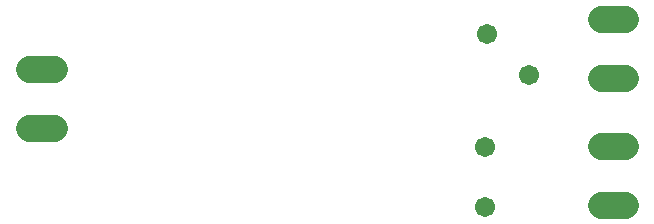
<source format=gbs>
G75*
G70*
%OFA0B0*%
%FSLAX24Y24*%
%IPPOS*%
%LPD*%
%AMOC8*
5,1,8,0,0,1.08239X$1,22.5*
%
%ADD10C,0.0907*%
%ADD11C,0.0674*%
D10*
X005873Y010569D02*
X006700Y010569D01*
X006700Y012537D02*
X005873Y012537D01*
X024918Y012242D02*
X025745Y012242D01*
X025745Y014211D02*
X024918Y014211D01*
X024918Y009978D02*
X025745Y009978D01*
X025745Y008010D02*
X024918Y008010D01*
D11*
X021050Y007961D03*
X021050Y009929D03*
X022534Y012334D03*
X021142Y013726D03*
M02*

</source>
